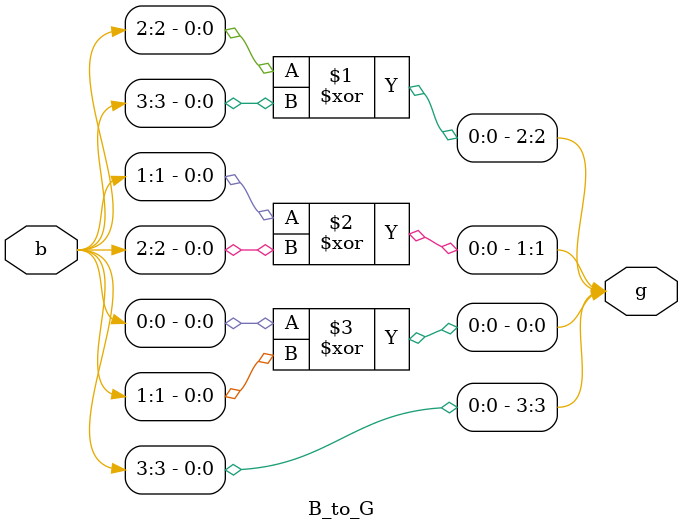
<source format=v>
module B_to_G(input [3:0] b, output [3:0] g);

	assign g[3] = b[3];
	assign g[2] = (b[2] ^ b[3]);
	assign g[1] = (b[1] ^ b[2]);
	assign g[0] = (b[0] ^ b[1]);
	
endmodule

</source>
